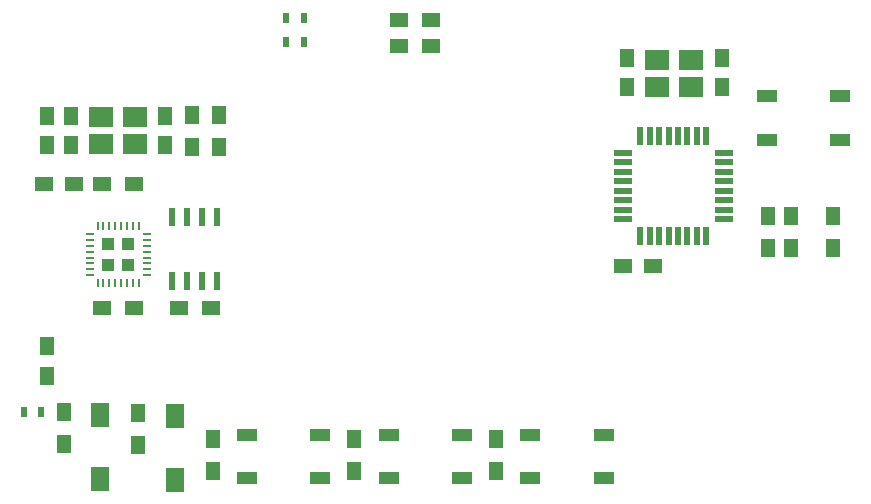
<source format=gtp>
G04 #@! TF.FileFunction,Paste,Top*
%FSLAX46Y46*%
G04 Gerber Fmt 4.6, Leading zero omitted, Abs format (unit mm)*
G04 Created by KiCad (PCBNEW 4.0.6) date 09/01/17 10:43:57*
%MOMM*%
%LPD*%
G01*
G04 APERTURE LIST*
%ADD10C,0.100000*%
%ADD11R,0.700000X0.250000*%
%ADD12R,0.250000X0.700000*%
%ADD13R,1.035000X1.035000*%
%ADD14R,1.500000X1.250000*%
%ADD15R,1.250000X1.500000*%
%ADD16R,1.300000X1.500000*%
%ADD17R,0.500000X0.900000*%
%ADD18R,1.500000X1.300000*%
%ADD19R,1.800000X1.100000*%
%ADD20R,2.100000X1.800000*%
%ADD21R,0.600000X1.550000*%
%ADD22R,0.550000X1.600000*%
%ADD23R,1.600000X0.550000*%
%ADD24R,1.600000X2.000000*%
G04 APERTURE END LIST*
D10*
D11*
X111600000Y-102550000D03*
X111600000Y-103050000D03*
X111600000Y-103550000D03*
X111600000Y-104050000D03*
X111600000Y-104550000D03*
X111600000Y-105050000D03*
X111600000Y-105550000D03*
X111600000Y-106050000D03*
D12*
X112250000Y-106700000D03*
X112750000Y-106700000D03*
X113250000Y-106700000D03*
X113750000Y-106700000D03*
X114250000Y-106700000D03*
X114750000Y-106700000D03*
X115250000Y-106700000D03*
X115750000Y-106700000D03*
D11*
X116400000Y-106050000D03*
X116400000Y-105550000D03*
X116400000Y-105050000D03*
X116400000Y-104550000D03*
X116400000Y-104050000D03*
X116400000Y-103550000D03*
X116400000Y-103050000D03*
X116400000Y-102550000D03*
D12*
X115750000Y-101900000D03*
X115250000Y-101900000D03*
X114750000Y-101900000D03*
X114250000Y-101900000D03*
X113750000Y-101900000D03*
X113250000Y-101900000D03*
X112750000Y-101900000D03*
X112250000Y-101900000D03*
D13*
X114862500Y-105162500D03*
X114862500Y-103437500D03*
X113137500Y-105162500D03*
X113137500Y-103437500D03*
D14*
X156750000Y-105300000D03*
X159250000Y-105300000D03*
D15*
X157100000Y-87650000D03*
X157100000Y-90150000D03*
X165100000Y-90150000D03*
X165100000Y-87650000D03*
D14*
X107750000Y-98300000D03*
X110250000Y-98300000D03*
D15*
X108000000Y-92550000D03*
X108000000Y-95050000D03*
X108000000Y-114550000D03*
X108000000Y-112050000D03*
X110000000Y-92550000D03*
X110000000Y-95050000D03*
X118000000Y-95050000D03*
X118000000Y-92550000D03*
D16*
X171006554Y-103770242D03*
X171006554Y-101070242D03*
D17*
X128250000Y-86300000D03*
X129750000Y-86300000D03*
X128250000Y-84300000D03*
X129750000Y-84300000D03*
D16*
X120250000Y-95150000D03*
X120250000Y-92450000D03*
X122500000Y-95150000D03*
X122500000Y-92450000D03*
X122000000Y-122650000D03*
X122000000Y-119950000D03*
X134000000Y-122650000D03*
X134000000Y-119950000D03*
X146000000Y-122650000D03*
X146000000Y-119950000D03*
X169006554Y-103770242D03*
X169006554Y-101070242D03*
X174500000Y-101050000D03*
X174500000Y-103750000D03*
D18*
X121850000Y-108800000D03*
X119150000Y-108800000D03*
X112650000Y-108800000D03*
X115350000Y-108800000D03*
X115350000Y-98300000D03*
X112650000Y-98300000D03*
D19*
X124900000Y-119550000D03*
X131100000Y-119550000D03*
X124900000Y-123250000D03*
X131100000Y-123250000D03*
X136900000Y-119550000D03*
X143100000Y-119550000D03*
X136900000Y-123250000D03*
X143100000Y-123250000D03*
X148900000Y-119550000D03*
X155100000Y-119550000D03*
X148900000Y-123250000D03*
X155100000Y-123250000D03*
X168900000Y-90900000D03*
X175100000Y-90900000D03*
X168900000Y-94600000D03*
X175100000Y-94600000D03*
D20*
X159600000Y-90100000D03*
X162500000Y-90100000D03*
X162500000Y-87800000D03*
X159600000Y-87800000D03*
X112550000Y-94950000D03*
X115450000Y-94950000D03*
X115450000Y-92650000D03*
X112550000Y-92650000D03*
D21*
X118595000Y-106500000D03*
X119865000Y-106500000D03*
X121135000Y-106500000D03*
X122405000Y-106500000D03*
X122405000Y-101100000D03*
X121135000Y-101100000D03*
X119865000Y-101100000D03*
X118595000Y-101100000D03*
D22*
X163800000Y-94250000D03*
X163000000Y-94250000D03*
X162200000Y-94250000D03*
X161400000Y-94250000D03*
X160600000Y-94250000D03*
X159800000Y-94250000D03*
X159000000Y-94250000D03*
X158200000Y-94250000D03*
D23*
X156750000Y-95700000D03*
X156750000Y-96500000D03*
X156750000Y-97300000D03*
X156750000Y-98100000D03*
X156750000Y-98900000D03*
X156750000Y-99700000D03*
X156750000Y-100500000D03*
X156750000Y-101300000D03*
D22*
X158200000Y-102750000D03*
X159000000Y-102750000D03*
X159800000Y-102750000D03*
X160600000Y-102750000D03*
X161400000Y-102750000D03*
X162200000Y-102750000D03*
X163000000Y-102750000D03*
X163800000Y-102750000D03*
D23*
X165250000Y-101300000D03*
X165250000Y-100500000D03*
X165250000Y-99700000D03*
X165250000Y-98900000D03*
X165250000Y-98100000D03*
X165250000Y-97300000D03*
X165250000Y-96500000D03*
X165250000Y-95700000D03*
D24*
X112500000Y-123300000D03*
X112500000Y-117900000D03*
X118800000Y-123400000D03*
X118800000Y-118000000D03*
D17*
X107500000Y-117600000D03*
X106000000Y-117600000D03*
D16*
X115700000Y-120400000D03*
X115700000Y-117700000D03*
X109400000Y-120300000D03*
X109400000Y-117600000D03*
D18*
X137800000Y-84400000D03*
X140500000Y-84400000D03*
X137800000Y-86600000D03*
X140500000Y-86600000D03*
M02*

</source>
